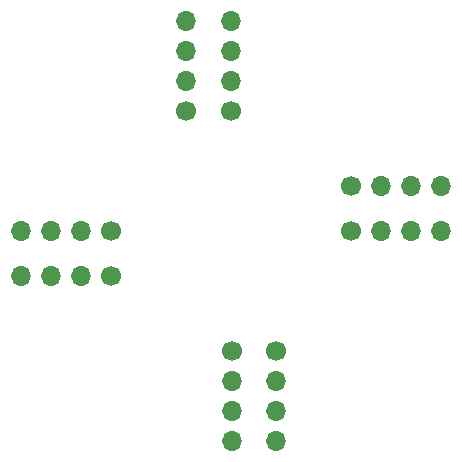
<source format=gtp>
G04 #@! TF.GenerationSoftware,KiCad,Pcbnew,7.0.7*
G04 #@! TF.CreationDate,2024-02-28T11:49:36+01:00*
G04 #@! TF.ProjectId,bottom_test,626f7474-6f6d-45f7-9465-73742e6b6963,rev?*
G04 #@! TF.SameCoordinates,Original*
G04 #@! TF.FileFunction,Paste,Top*
G04 #@! TF.FilePolarity,Positive*
%FSLAX46Y46*%
G04 Gerber Fmt 4.6, Leading zero omitted, Abs format (unit mm)*
G04 Created by KiCad (PCBNEW 7.0.7) date 2024-02-28 11:49:36*
%MOMM*%
%LPD*%
G01*
G04 APERTURE LIST*
%ADD10C,1.700000*%
%ADD11O,1.700000X1.700000*%
G04 APERTURE END LIST*
D10*
X52070000Y-41900000D03*
D11*
X52070000Y-39360000D03*
X52070000Y-36820000D03*
X52070000Y-34280000D03*
D10*
X41910000Y-55880000D03*
D11*
X39370000Y-55880000D03*
X36830000Y-55880000D03*
X34290000Y-55880000D03*
D10*
X55880000Y-62230000D03*
D11*
X55880000Y-64770000D03*
X55880000Y-67310000D03*
X55880000Y-69850000D03*
D10*
X52146700Y-62230000D03*
D11*
X52146700Y-64770000D03*
X52146700Y-67310000D03*
X52146700Y-69850000D03*
D10*
X62230000Y-52070000D03*
D11*
X64770000Y-52070000D03*
X67310000Y-52070000D03*
X69850000Y-52070000D03*
D10*
X48260000Y-41900000D03*
D11*
X48260000Y-39360000D03*
X48260000Y-36820000D03*
X48260000Y-34280000D03*
D10*
X41910000Y-52070000D03*
D11*
X39370000Y-52070000D03*
X36830000Y-52070000D03*
X34290000Y-52070000D03*
D10*
X62230000Y-48260000D03*
D11*
X64770000Y-48260000D03*
X67310000Y-48260000D03*
X69850000Y-48260000D03*
M02*

</source>
